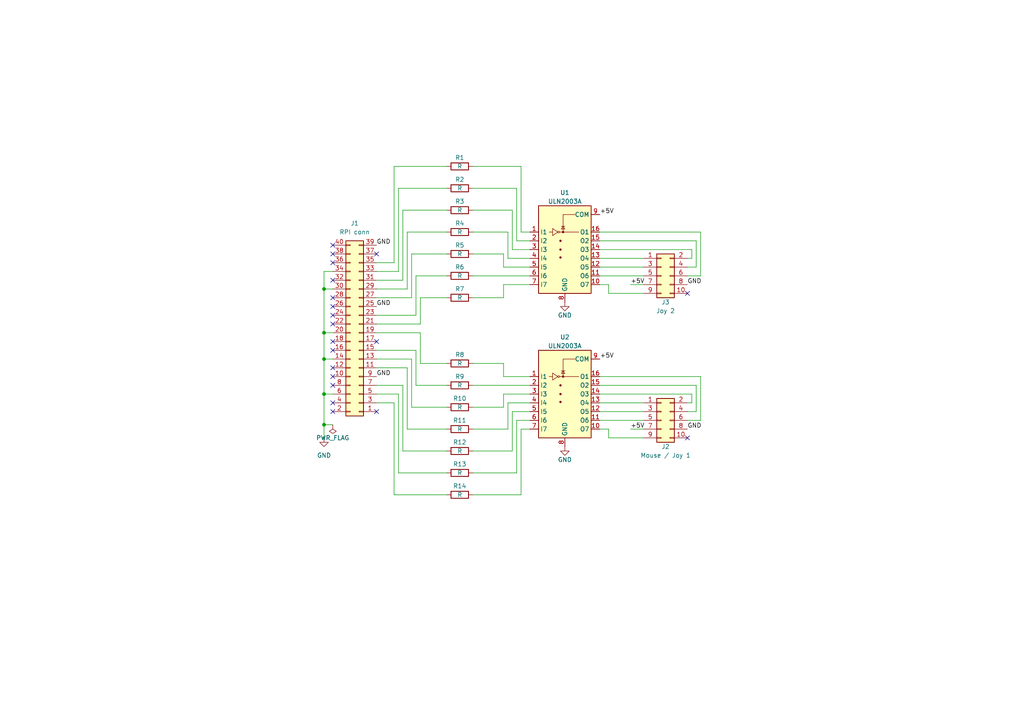
<source format=kicad_sch>
(kicad_sch (version 20211123) (generator eeschema)
  (paper "A4")
  (lib_symbols
    (symbol "Connector_Generic:Conn_02x05_Odd_Even" (pin_names (offset 1.016) hide)
      (property "Reference" "J" (at 1.27 7.62 0))
      (property "Value" "Conn_02x05_Odd_Even" (at 1.27 -7.62 0))
      (symbol "Conn_02x05_Odd_Even_1_1"
        (rectangle (start -1.27 -4.953) (end 0 -5.207) (stroke (width 0.1524)))
        (rectangle (start -1.27 -2.413) (end 0 -2.667) (stroke (width 0.1524)))
        (rectangle (start -1.27 0.127) (end 0 -0.127) (stroke (width 0.1524)))
        (rectangle (start -1.27 2.667) (end 0 2.413) (stroke (width 0.1524)))
        (rectangle (start -1.27 5.207) (end 0 4.953) (stroke (width 0.1524)))
        (rectangle (start -1.27 6.35) (end 3.81 -6.35) (stroke (width 0.254)) (fill (type background)))
        (rectangle (start 3.81 -4.953) (end 2.54 -5.207) (stroke (width 0.1524)))
        (rectangle (start 3.81 -2.413) (end 2.54 -2.667) (stroke (width 0.1524)))
        (rectangle (start 3.81 0.127) (end 2.54 -0.127) (stroke (width 0.1524)))
        (rectangle (start 3.81 2.667) (end 2.54 2.413) (stroke (width 0.1524)))
        (rectangle (start 3.81 5.207) (end 2.54 4.953) (stroke (width 0.1524)))
        (pin passive line (at -5.08 5.08 0) (length 3.81) (name "Pin_1") (number "1"))
        (pin passive line (at 7.62 -5.08 180) (length 3.81) (name "Pin_10") (number "10"))
        (pin passive line (at 7.62 5.08 180) (length 3.81) (name "Pin_2") (number "2"))
        (pin passive line (at -5.08 2.54 0) (length 3.81) (name "Pin_3") (number "3"))
        (pin passive line (at 7.62 2.54 180) (length 3.81) (name "Pin_4") (number "4"))
        (pin passive line (at -5.08 0 0) (length 3.81) (name "Pin_5") (number "5"))
        (pin passive line (at 7.62 0 180) (length 3.81) (name "Pin_6") (number "6"))
        (pin passive line (at -5.08 -2.54 0) (length 3.81) (name "Pin_7") (number "7"))
        (pin passive line (at 7.62 -2.54 180) (length 3.81) (name "Pin_8") (number "8"))
        (pin passive line (at -5.08 -5.08 0) (length 3.81) (name "Pin_9") (number "9"))
      )
    )
    (symbol "Connector_Generic:Conn_02x20_Odd_Even" (pin_names (offset 1.016) hide)
      (property "Reference" "J" (at 1.27 25.4 0))
      (property "Value" "Conn_02x20_Odd_Even" (at 1.27 -27.94 0))
      (symbol "Conn_02x20_Odd_Even_1_1"
        (rectangle (start -1.27 -25.273) (end 0 -25.527) (stroke (width 0.1524)))
        (rectangle (start -1.27 -22.733) (end 0 -22.987) (stroke (width 0.1524)))
        (rectangle (start -1.27 -20.193) (end 0 -20.447) (stroke (width 0.1524)))
        (rectangle (start -1.27 -17.653) (end 0 -17.907) (stroke (width 0.1524)))
        (rectangle (start -1.27 -15.113) (end 0 -15.367) (stroke (width 0.1524)))
        (rectangle (start -1.27 -12.573) (end 0 -12.827) (stroke (width 0.1524)))
        (rectangle (start -1.27 -10.033) (end 0 -10.287) (stroke (width 0.1524)))
        (rectangle (start -1.27 -7.493) (end 0 -7.747) (stroke (width 0.1524)))
        (rectangle (start -1.27 -4.953) (end 0 -5.207) (stroke (width 0.1524)))
        (rectangle (start -1.27 -2.413) (end 0 -2.667) (stroke (width 0.1524)))
        (rectangle (start -1.27 0.127) (end 0 -0.127) (stroke (width 0.1524)))
        (rectangle (start -1.27 2.667) (end 0 2.413) (stroke (width 0.1524)))
        (rectangle (start -1.27 5.207) (end 0 4.953) (stroke (width 0.1524)))
        (rectangle (start -1.27 7.747) (end 0 7.493) (stroke (width 0.1524)))
        (rectangle (start -1.27 10.287) (end 0 10.033) (stroke (width 0.1524)))
        (rectangle (start -1.27 12.827) (end 0 12.573) (stroke (width 0.1524)))
        (rectangle (start -1.27 15.367) (end 0 15.113) (stroke (width 0.1524)))
        (rectangle (start -1.27 17.907) (end 0 17.653) (stroke (width 0.1524)))
        (rectangle (start -1.27 20.447) (end 0 20.193) (stroke (width 0.1524)))
        (rectangle (start -1.27 22.987) (end 0 22.733) (stroke (width 0.1524)))
        (rectangle (start -1.27 24.13) (end 3.81 -26.67) (stroke (width 0.254)) (fill (type background)))
        (rectangle (start 3.81 -25.273) (end 2.54 -25.527) (stroke (width 0.1524)))
        (rectangle (start 3.81 -22.733) (end 2.54 -22.987) (stroke (width 0.1524)))
        (rectangle (start 3.81 -20.193) (end 2.54 -20.447) (stroke (width 0.1524)))
        (rectangle (start 3.81 -17.653) (end 2.54 -17.907) (stroke (width 0.1524)))
        (rectangle (start 3.81 -15.113) (end 2.54 -15.367) (stroke (width 0.1524)))
        (rectangle (start 3.81 -12.573) (end 2.54 -12.827) (stroke (width 0.1524)))
        (rectangle (start 3.81 -10.033) (end 2.54 -10.287) (stroke (width 0.1524)))
        (rectangle (start 3.81 -7.493) (end 2.54 -7.747) (stroke (width 0.1524)))
        (rectangle (start 3.81 -4.953) (end 2.54 -5.207) (stroke (width 0.1524)))
        (rectangle (start 3.81 -2.413) (end 2.54 -2.667) (stroke (width 0.1524)))
        (rectangle (start 3.81 0.127) (end 2.54 -0.127) (stroke (width 0.1524)))
        (rectangle (start 3.81 2.667) (end 2.54 2.413) (stroke (width 0.1524)))
        (rectangle (start 3.81 5.207) (end 2.54 4.953) (stroke (width 0.1524)))
        (rectangle (start 3.81 7.747) (end 2.54 7.493) (stroke (width 0.1524)))
        (rectangle (start 3.81 10.287) (end 2.54 10.033) (stroke (width 0.1524)))
        (rectangle (start 3.81 12.827) (end 2.54 12.573) (stroke (width 0.1524)))
        (rectangle (start 3.81 15.367) (end 2.54 15.113) (stroke (width 0.1524)))
        (rectangle (start 3.81 17.907) (end 2.54 17.653) (stroke (width 0.1524)))
        (rectangle (start 3.81 20.447) (end 2.54 20.193) (stroke (width 0.1524)))
        (rectangle (start 3.81 22.987) (end 2.54 22.733) (stroke (width 0.1524)))
        (pin passive line (at -5.08 22.86 0) (length 3.81) (name "Pin_1") (number "1"))
        (pin passive line (at 7.62 12.7 180) (length 3.81) (name "Pin_10") (number "10"))
        (pin passive line (at -5.08 10.16 0) (length 3.81) (name "Pin_11") (number "11"))
        (pin passive line (at 7.62 10.16 180) (length 3.81) (name "Pin_12") (number "12"))
        (pin passive line (at -5.08 7.62 0) (length 3.81) (name "Pin_13") (number "13"))
        (pin passive line (at 7.62 7.62 180) (length 3.81) (name "Pin_14") (number "14"))
        (pin passive line (at -5.08 5.08 0) (length 3.81) (name "Pin_15") (number "15"))
        (pin passive line (at 7.62 5.08 180) (length 3.81) (name "Pin_16") (number "16"))
        (pin passive line (at -5.08 2.54 0) (length 3.81) (name "Pin_17") (number "17"))
        (pin passive line (at 7.62 2.54 180) (length 3.81) (name "Pin_18") (number "18"))
        (pin passive line (at -5.08 0 0) (length 3.81) (name "Pin_19") (number "19"))
        (pin passive line (at 7.62 22.86 180) (length 3.81) (name "Pin_2") (number "2"))
        (pin passive line (at 7.62 0 180) (length 3.81) (name "Pin_20") (number "20"))
        (pin passive line (at -5.08 -2.54 0) (length 3.81) (name "Pin_21") (number "21"))
        (pin passive line (at 7.62 -2.54 180) (length 3.81) (name "Pin_22") (number "22"))
        (pin passive line (at -5.08 -5.08 0) (length 3.81) (name "Pin_23") (number "23"))
        (pin passive line (at 7.62 -5.08 180) (length 3.81) (name "Pin_24") (number "24"))
        (pin passive line (at -5.08 -7.62 0) (length 3.81) (name "Pin_25") (number "25"))
        (pin passive line (at 7.62 -7.62 180) (length 3.81) (name "Pin_26") (number "26"))
        (pin passive line (at -5.08 -10.16 0) (length 3.81) (name "Pin_27") (number "27"))
        (pin passive line (at 7.62 -10.16 180) (length 3.81) (name "Pin_28") (number "28"))
        (pin passive line (at -5.08 -12.7 0) (length 3.81) (name "Pin_29") (number "29"))
        (pin passive line (at -5.08 20.32 0) (length 3.81) (name "Pin_3") (number "3"))
        (pin passive line (at 7.62 -12.7 180) (length 3.81) (name "Pin_30") (number "30"))
        (pin passive line (at -5.08 -15.24 0) (length 3.81) (name "Pin_31") (number "31"))
        (pin passive line (at 7.62 -15.24 180) (length 3.81) (name "Pin_32") (number "32"))
        (pin passive line (at -5.08 -17.78 0) (length 3.81) (name "Pin_33") (number "33"))
        (pin passive line (at 7.62 -17.78 180) (length 3.81) (name "Pin_34") (number "34"))
        (pin passive line (at -5.08 -20.32 0) (length 3.81) (name "Pin_35") (number "35"))
        (pin passive line (at 7.62 -20.32 180) (length 3.81) (name "Pin_36") (number "36"))
        (pin passive line (at -5.08 -22.86 0) (length 3.81) (name "Pin_37") (number "37"))
        (pin passive line (at 7.62 -22.86 180) (length 3.81) (name "Pin_38") (number "38"))
        (pin passive line (at -5.08 -25.4 0) (length 3.81) (name "Pin_39") (number "39"))
        (pin passive line (at 7.62 20.32 180) (length 3.81) (name "Pin_4") (number "4"))
        (pin passive line (at 7.62 -25.4 180) (length 3.81) (name "Pin_40") (number "40"))
        (pin passive line (at -5.08 17.78 0) (length 3.81) (name "Pin_5") (number "5"))
        (pin passive line (at 7.62 17.78 180) (length 3.81) (name "Pin_6") (number "6"))
        (pin passive line (at -5.08 15.24 0) (length 3.81) (name "Pin_7") (number "7"))
        (pin passive line (at 7.62 15.24 180) (length 3.81) (name "Pin_8") (number "8"))
        (pin passive line (at -5.08 12.7 0) (length 3.81) (name "Pin_9") (number "9"))
      )
    )
    (symbol "Device:R" (pin_numbers hide) (pin_names (offset 0))
      (property "Reference" "R" (at 2.032 0 90))
      (property "Value" "R" (at 0 0 90))
      (symbol "R_0_1"
        (rectangle (start -1.016 -2.54) (end 1.016 2.54) (stroke (width 0.254)))
      )
      (symbol "R_1_1"
        (pin passive line (at 0 3.81 270) (length 1.27) (name "~") (number "1"))
        (pin passive line (at 0 -3.81 90) (length 1.27) (name "~") (number "2"))
      )
    )
    (symbol "Transistor_Array:ULN2003A"
      (property "Reference" "U" (at 0 15.875 0))
      (property "Value" "ULN2003A" (at 0 13.97 0))
      (symbol "ULN2003A_0_1"
        (rectangle (start -7.62 -12.7) (end 7.62 12.7) (stroke (width 0.254)) (fill (type background)))
        (circle (center -1.778 5.08) (radius 0.254))
        (circle (center -1.27 -2.286) (radius 0.254) (fill (type outline)))
        (circle (center -1.27 0) (radius 0.254) (fill (type outline)))
        (circle (center -1.27 2.54) (radius 0.254) (fill (type outline)))
        (circle (center -0.508 5.08) (radius 0.254) (fill (type outline)))
        (polyline (pts (xy -4.572 5.08) (xy -3.556 5.08)))
        (polyline (pts (xy -1.524 5.08) (xy 4.064 5.08)))
        (polyline (pts (xy 0 6.731) (xy -1.016 6.731)))
        (polyline (pts (xy -0.508 5.08) (xy -0.508 10.16) (xy 2.921 10.16)))
        (polyline (pts (xy -3.556 6.096) (xy -3.556 4.064) (xy -2.032 5.08) (xy -3.556 6.096)))
        (polyline (pts (xy 0 5.969) (xy -1.016 5.969) (xy -0.508 6.731) (xy 0 5.969)))
      )
      (symbol "ULN2003A_1_1"
        (pin input line (at -10.16 5.08 0) (length 2.54) (name "I1") (number "1"))
        (pin open_collector line (at 10.16 -10.16 180) (length 2.54) (name "O7") (number "10"))
        (pin open_collector line (at 10.16 -7.62 180) (length 2.54) (name "O6") (number "11"))
        (pin open_collector line (at 10.16 -5.08 180) (length 2.54) (name "O5") (number "12"))
        (pin open_collector line (at 10.16 -2.54 180) (length 2.54) (name "O4") (number "13"))
        (pin open_collector line (at 10.16 0 180) (length 2.54) (name "O3") (number "14"))
        (pin open_collector line (at 10.16 2.54 180) (length 2.54) (name "O2") (number "15"))
        (pin open_collector line (at 10.16 5.08 180) (length 2.54) (name "O1") (number "16"))
        (pin input line (at -10.16 2.54 0) (length 2.54) (name "I2") (number "2"))
        (pin input line (at -10.16 0 0) (length 2.54) (name "I3") (number "3"))
        (pin input line (at -10.16 -2.54 0) (length 2.54) (name "I4") (number "4"))
        (pin input line (at -10.16 -5.08 0) (length 2.54) (name "I5") (number "5"))
        (pin input line (at -10.16 -7.62 0) (length 2.54) (name "I6") (number "6"))
        (pin input line (at -10.16 -10.16 0) (length 2.54) (name "I7") (number "7"))
        (pin power_in line (at 0 -15.24 90) (length 2.54) (name "GND") (number "8"))
        (pin passive line (at 10.16 10.16 180) (length 2.54) (name "COM") (number "9"))
      )
    )
    (symbol "power:GND" (power) (pin_names (offset 0))
      (property "Value" "GND" (at 0 -3.81 0))
      (symbol "GND_0_1"
        (polyline (pts (xy 0 0) (xy 0 -1.27) (xy 1.27 -1.27) (xy 0 -2.54) (xy -1.27 -1.27) (xy 0 -1.27)))
      )
      (symbol "GND_1_1"
        (pin power_in line (at 0 0 270) (length 0) hide (name "GND") (number "1"))
      )
    )
    (symbol "power:PWR_FLAG" (power) (pin_numbers hide) (pin_names (offset 0) hide)
      (property "Value" "PWR_FLAG" (at 0 3.81 0))
      (symbol "PWR_FLAG_0_0"
        (pin power_out line (at 0 0 90) (length 0) (name "pwr") (number "1"))
      )
      (symbol "PWR_FLAG_0_1"
        (polyline (pts (xy 0 0) (xy 0 1.27) (xy -1.016 1.905) (xy 0 2.54) (xy 1.016 1.905) (xy 0 1.27)))
      )
    )
  )
  (junction (at 93.98 104.14))
  (junction (at 93.98 83.82))
  (junction (at 93.98 123.19))
  (junction (at 93.98 114.3))
  (junction (at 93.98 96.52))
  (no_connect (at 96.52 116.84))
  (no_connect (at 96.52 93.98))
  (no_connect (at 96.52 119.38))
  (no_connect (at 199.39 127))
  (no_connect (at 96.52 91.44))
  (no_connect (at 96.52 111.76))
  (no_connect (at 96.52 109.22))
  (no_connect (at 96.52 71.12))
  (no_connect (at 96.52 76.2))
  (no_connect (at 96.52 106.68))
  (no_connect (at 96.52 81.28))
  (no_connect (at 96.52 88.9))
  (no_connect (at 96.52 101.6))
  (no_connect (at 109.22 99.06))
  (no_connect (at 109.22 73.66))
  (no_connect (at 96.52 99.06))
  (no_connect (at 199.39 85.09))
  (no_connect (at 96.52 86.36))
  (no_connect (at 96.52 73.66))
  (no_connect (at 109.22 119.38))
  (wire (pts (xy 116.84 111.76) (xy 116.84 130.81)))
  (wire (pts (xy 121.92 86.36) (xy 129.54 86.36)))
  (wire (pts (xy 151.13 67.31) (xy 153.67 67.31)))
  (wire (pts (xy 137.16 105.41) (xy 146.05 105.41)))
  (wire (pts (xy 173.99 72.39) (xy 200.66 72.39)))
  (wire (pts (xy 199.39 116.84) (xy 200.66 116.84)))
  (wire (pts (xy 203.2 67.31) (xy 203.2 80.01)))
  (wire (pts (xy 114.3 48.26) (xy 129.54 48.26)))
  (wire (pts (xy 148.59 119.38) (xy 153.67 119.38)))
  (wire (pts (xy 109.22 96.52) (xy 121.92 96.52)))
  (wire (pts (xy 109.22 76.2) (xy 114.3 76.2)))
  (wire (pts (xy 109.22 104.14) (xy 119.38 104.14)))
  (wire (pts (xy 118.11 106.68) (xy 118.11 124.46)))
  (wire (pts (xy 114.3 116.84) (xy 114.3 143.51)))
  (wire (pts (xy 115.57 137.16) (xy 129.54 137.16)))
  (wire (pts (xy 120.65 101.6) (xy 120.65 111.76)))
  (wire (pts (xy 109.22 93.98) (xy 121.92 93.98)))
  (wire (pts (xy 199.39 119.38) (xy 201.93 119.38)))
  (wire (pts (xy 173.99 77.47) (xy 186.69 77.47)))
  (wire (pts (xy 148.59 60.96) (xy 148.59 72.39)))
  (wire (pts (xy 182.88 82.55) (xy 186.69 82.55)))
  (wire (pts (xy 147.32 74.93) (xy 153.67 74.93)))
  (wire (pts (xy 93.98 114.3) (xy 93.98 123.19)))
  (wire (pts (xy 137.16 48.26) (xy 151.13 48.26)))
  (wire (pts (xy 146.05 77.47) (xy 153.67 77.47)))
  (wire (pts (xy 137.16 130.81) (xy 148.59 130.81)))
  (wire (pts (xy 109.22 114.3) (xy 115.57 114.3)))
  (wire (pts (xy 203.2 80.01) (xy 199.39 80.01)))
  (wire (pts (xy 137.16 73.66) (xy 146.05 73.66)))
  (wire (pts (xy 137.16 54.61) (xy 149.86 54.61)))
  (wire (pts (xy 118.11 83.82) (xy 118.11 67.31)))
  (wire (pts (xy 109.22 83.82) (xy 118.11 83.82)))
  (wire (pts (xy 201.93 111.76) (xy 201.93 119.38)))
  (wire (pts (xy 114.3 76.2) (xy 114.3 48.26)))
  (wire (pts (xy 137.16 118.11) (xy 146.05 118.11)))
  (wire (pts (xy 96.52 114.3) (xy 93.98 114.3)))
  (wire (pts (xy 173.99 69.85) (xy 201.93 69.85)))
  (wire (pts (xy 173.99 109.22) (xy 203.2 109.22)))
  (wire (pts (xy 201.93 69.85) (xy 201.93 77.47)))
  (wire (pts (xy 116.84 60.96) (xy 129.54 60.96)))
  (wire (pts (xy 199.39 121.92) (xy 203.2 121.92)))
  (wire (pts (xy 115.57 114.3) (xy 115.57 137.16)))
  (wire (pts (xy 137.16 124.46) (xy 147.32 124.46)))
  (wire (pts (xy 173.99 116.84) (xy 186.69 116.84)))
  (wire (pts (xy 109.22 106.68) (xy 118.11 106.68)))
  (wire (pts (xy 93.98 78.74) (xy 93.98 83.82)))
  (wire (pts (xy 118.11 124.46) (xy 129.54 124.46)))
  (wire (pts (xy 173.99 119.38) (xy 186.69 119.38)))
  (wire (pts (xy 109.22 116.84) (xy 114.3 116.84)))
  (wire (pts (xy 93.98 96.52) (xy 93.98 104.14)))
  (wire (pts (xy 173.99 74.93) (xy 186.69 74.93)))
  (wire (pts (xy 176.53 124.46) (xy 176.53 127)))
  (wire (pts (xy 182.88 124.46) (xy 186.69 124.46)))
  (wire (pts (xy 149.86 69.85) (xy 153.67 69.85)))
  (wire (pts (xy 121.92 105.41) (xy 129.54 105.41)))
  (wire (pts (xy 109.22 81.28) (xy 116.84 81.28)))
  (wire (pts (xy 147.32 67.31) (xy 147.32 74.93)))
  (wire (pts (xy 203.2 109.22) (xy 203.2 121.92)))
  (wire (pts (xy 151.13 143.51) (xy 151.13 124.46)))
  (wire (pts (xy 116.84 130.81) (xy 129.54 130.81)))
  (wire (pts (xy 121.92 93.98) (xy 121.92 86.36)))
  (wire (pts (xy 137.16 67.31) (xy 147.32 67.31)))
  (wire (pts (xy 109.22 111.76) (xy 116.84 111.76)))
  (wire (pts (xy 93.98 83.82) (xy 93.98 96.52)))
  (wire (pts (xy 137.16 86.36) (xy 146.05 86.36)))
  (wire (pts (xy 176.53 82.55) (xy 176.53 85.09)))
  (wire (pts (xy 173.99 80.01) (xy 186.69 80.01)))
  (wire (pts (xy 173.99 67.31) (xy 203.2 67.31)))
  (wire (pts (xy 96.52 104.14) (xy 93.98 104.14)))
  (wire (pts (xy 148.59 72.39) (xy 153.67 72.39)))
  (wire (pts (xy 109.22 78.74) (xy 115.57 78.74)))
  (wire (pts (xy 137.16 143.51) (xy 151.13 143.51)))
  (wire (pts (xy 119.38 86.36) (xy 119.38 73.66)))
  (wire (pts (xy 93.98 104.14) (xy 93.98 114.3)))
  (wire (pts (xy 146.05 118.11) (xy 146.05 114.3)))
  (wire (pts (xy 201.93 77.47) (xy 199.39 77.47)))
  (wire (pts (xy 200.66 114.3) (xy 200.66 116.84)))
  (wire (pts (xy 149.86 137.16) (xy 149.86 121.92)))
  (wire (pts (xy 96.52 78.74) (xy 93.98 78.74)))
  (wire (pts (xy 119.38 118.11) (xy 129.54 118.11)))
  (wire (pts (xy 120.65 80.01) (xy 129.54 80.01)))
  (wire (pts (xy 147.32 124.46) (xy 147.32 116.84)))
  (wire (pts (xy 109.22 91.44) (xy 120.65 91.44)))
  (wire (pts (xy 137.16 60.96) (xy 148.59 60.96)))
  (wire (pts (xy 146.05 109.22) (xy 153.67 109.22)))
  (wire (pts (xy 200.66 72.39) (xy 200.66 74.93)))
  (wire (pts (xy 114.3 143.51) (xy 129.54 143.51)))
  (wire (pts (xy 120.65 111.76) (xy 129.54 111.76)))
  (wire (pts (xy 173.99 121.92) (xy 186.69 121.92)))
  (wire (pts (xy 115.57 78.74) (xy 115.57 54.61)))
  (wire (pts (xy 96.52 83.82) (xy 93.98 83.82)))
  (wire (pts (xy 137.16 80.01) (xy 153.67 80.01)))
  (wire (pts (xy 149.86 121.92) (xy 153.67 121.92)))
  (wire (pts (xy 109.22 101.6) (xy 120.65 101.6)))
  (wire (pts (xy 151.13 124.46) (xy 153.67 124.46)))
  (wire (pts (xy 173.99 114.3) (xy 200.66 114.3)))
  (wire (pts (xy 146.05 114.3) (xy 153.67 114.3)))
  (wire (pts (xy 148.59 130.81) (xy 148.59 119.38)))
  (wire (pts (xy 93.98 123.19) (xy 93.98 127)))
  (wire (pts (xy 149.86 54.61) (xy 149.86 69.85)))
  (wire (pts (xy 176.53 85.09) (xy 186.69 85.09)))
  (wire (pts (xy 119.38 73.66) (xy 129.54 73.66)))
  (wire (pts (xy 200.66 74.93) (xy 199.39 74.93)))
  (wire (pts (xy 176.53 127) (xy 186.69 127)))
  (wire (pts (xy 119.38 104.14) (xy 119.38 118.11)))
  (wire (pts (xy 146.05 86.36) (xy 146.05 82.55)))
  (wire (pts (xy 120.65 91.44) (xy 120.65 80.01)))
  (wire (pts (xy 173.99 111.76) (xy 201.93 111.76)))
  (wire (pts (xy 146.05 82.55) (xy 153.67 82.55)))
  (wire (pts (xy 173.99 82.55) (xy 176.53 82.55)))
  (wire (pts (xy 147.32 116.84) (xy 153.67 116.84)))
  (wire (pts (xy 137.16 111.76) (xy 153.67 111.76)))
  (wire (pts (xy 93.98 123.19) (xy 96.52 123.19)))
  (wire (pts (xy 118.11 67.31) (xy 129.54 67.31)))
  (wire (pts (xy 96.52 96.52) (xy 93.98 96.52)))
  (wire (pts (xy 109.22 86.36) (xy 119.38 86.36)))
  (wire (pts (xy 146.05 73.66) (xy 146.05 77.47)))
  (wire (pts (xy 137.16 137.16) (xy 149.86 137.16)))
  (wire (pts (xy 115.57 54.61) (xy 129.54 54.61)))
  (wire (pts (xy 116.84 81.28) (xy 116.84 60.96)))
  (wire (pts (xy 151.13 48.26) (xy 151.13 67.31)))
  (wire (pts (xy 121.92 96.52) (xy 121.92 105.41)))
  (wire (pts (xy 146.05 105.41) (xy 146.05 109.22)))
  (wire (pts (xy 173.99 124.46) (xy 176.53 124.46)))
  (label "+5V" (at 182.88 124.46 0))
  (label "+5V" (at 173.99 62.23 0))
  (label "GND" (at 109.22 88.9 0))
  (label "GND" (at 199.39 124.46 0))
  (label "GND" (at 199.39 82.55 0))
  (label "+5V" (at 173.99 104.14 0))
  (label "+5V" (at 182.88 82.55 0))
  (label "GND" (at 109.22 109.22 0))
  (label "GND" (at 109.22 71.12 0))
  (symbol (lib_id "Device:R") (at 133.35 60.96 90) (unit 1)
    (property "Reference" "R3" (at 133.35 58.42 90))
    (property "Value" "R" (at 133.35 60.96 90))
    (property "Footprint" "Resistor_THT:R_Axial_DIN0207_L6.3mm_D2.5mm_P10.16mm_Horizontal" (effects hide))
  )
  (symbol (lib_id "Device:R") (at 133.35 73.66 90) (unit 1)
    (property "Reference" "R5" (at 133.35 71.12 90))
    (property "Value" "R" (at 133.35 73.66 90))
    (property "Footprint" "Resistor_THT:R_Axial_DIN0207_L6.3mm_D2.5mm_P10.16mm_Horizontal" (effects hide))
  )
  (symbol (lib_id "Connector_Generic:Conn_02x20_Odd_Even") (at 104.14 96.52 180) (unit 1)
    (property "Reference" "J1" (at 102.87 64.77 0))
    (property "Value" "RPI conn" (at 102.87 67.31 0))
    (property "Footprint" "Connector_PinHeader_2.54mm:PinHeader_2x20_P2.54mm_Vertical" (effects hide))
  )
  (symbol (lib_id "Device:R") (at 133.35 124.46 90) (unit 1)
    (property "Reference" "R11" (at 133.35 121.92 90))
    (property "Value" "R" (at 133.35 124.46 90))
    (property "Footprint" "Resistor_THT:R_Axial_DIN0207_L6.3mm_D2.5mm_P10.16mm_Horizontal" (effects hide))
  )
  (symbol (lib_id "Device:R") (at 133.35 143.51 90) (unit 1)
    (property "Reference" "R14" (at 133.35 140.97 90))
    (property "Value" "R" (at 133.35 143.51 90))
    (property "Footprint" "Resistor_THT:R_Axial_DIN0207_L6.3mm_D2.5mm_P10.16mm_Horizontal" (effects hide))
  )
  (symbol (lib_id "Device:R") (at 133.35 86.36 90) (unit 1)
    (property "Reference" "R7" (at 133.35 83.82 90))
    (property "Value" "R" (at 133.35 86.36 90))
    (property "Footprint" "Resistor_THT:R_Axial_DIN0207_L6.3mm_D2.5mm_P10.16mm_Horizontal" (effects hide))
  )
  (symbol (lib_id "Device:R") (at 133.35 130.81 90) (unit 1)
    (property "Reference" "R12" (at 133.35 128.27 90))
    (property "Value" "R" (at 133.35 130.81 90))
    (property "Footprint" "Resistor_THT:R_Axial_DIN0207_L6.3mm_D2.5mm_P10.16mm_Horizontal" (effects hide))
  )
  (symbol (lib_id "power:GND") (at 93.98 127 0) (unit 1)
    (property "Reference" "#PWR01" (effects hide))
    (property "Value" "GND" (at 93.98 132.08 0))
  )
  (symbol (lib_id "Device:R") (at 133.35 48.26 90) (unit 1)
    (property "Reference" "R1" (at 133.35 45.72 90))
    (property "Value" "R" (at 133.35 48.26 90))
    (property "Footprint" "Resistor_THT:R_Axial_DIN0207_L6.3mm_D2.5mm_P10.16mm_Horizontal" (effects hide))
  )
  (symbol (lib_id "Transistor_Array:ULN2003A") (at 163.83 114.3 0) (unit 1)
    (property "Reference" "U2" (at 163.83 97.79 0))
    (property "Value" "ULN2003A" (at 163.83 100.33 0))
    (property "Footprint" "Package_DIP:DIP-16_W7.62mm_LongPads" (effects hide))
    (property "Datasheet" "http://www.ti.com/lit/ds/symlink/uln2003a.pdf" (effects hide))
  )
  (symbol (lib_id "power:PWR_FLAG") (at 96.52 123.19 180) (unit 1)
    (property "Reference" "#FLG0102" (effects hide))
    (property "Value" "PWR_FLAG" (at 96.52 127 0))
  )
  (symbol (lib_id "Device:R") (at 133.35 80.01 90) (unit 1)
    (property "Reference" "R6" (at 133.35 77.47 90))
    (property "Value" "R" (at 133.35 80.01 90))
    (property "Footprint" "Resistor_THT:R_Axial_DIN0207_L6.3mm_D2.5mm_P10.16mm_Horizontal" (effects hide))
  )
  (symbol (lib_id "Connector_Generic:Conn_02x05_Odd_Even") (at 191.77 121.92 0) (unit 1)
    (property "Reference" "J2" (at 193.04 129.54 0))
    (property "Value" "Mouse / Joy 1" (at 193.04 132.08 0))
    (property "Footprint" "Connector_PinHeader_2.54mm:PinHeader_2x05_P2.54mm_Vertical" (effects hide))
  )
  (symbol (lib_id "Device:R") (at 133.35 111.76 90) (unit 1)
    (property "Reference" "R9" (at 133.35 109.22 90))
    (property "Value" "R" (at 133.35 111.76 90))
    (property "Footprint" "Resistor_THT:R_Axial_DIN0207_L6.3mm_D2.5mm_P10.16mm_Horizontal" (effects hide))
  )
  (symbol (lib_id "Device:R") (at 133.35 54.61 90) (unit 1)
    (property "Reference" "R2" (at 133.35 52.07 90))
    (property "Value" "R" (at 133.35 54.61 90))
    (property "Footprint" "Resistor_THT:R_Axial_DIN0207_L6.3mm_D2.5mm_P10.16mm_Horizontal" (effects hide))
  )
  (symbol (lib_id "Connector_Generic:Conn_02x05_Odd_Even") (at 191.77 80.01 0) (unit 1)
    (property "Reference" "J3" (at 193.04 87.63 0))
    (property "Value" "Joy 2" (at 193.04 90.17 0))
    (property "Footprint" "Connector_PinHeader_2.54mm:PinHeader_2x05_P2.54mm_Vertical" (effects hide))
  )
  (symbol (lib_id "Device:R") (at 133.35 105.41 90) (unit 1)
    (property "Reference" "R8" (at 133.35 102.87 90))
    (property "Value" "R" (at 133.35 105.41 90))
    (property "Footprint" "Resistor_THT:R_Axial_DIN0207_L6.3mm_D2.5mm_P10.16mm_Horizontal" (effects hide))
  )
  (symbol (lib_id "Device:R") (at 133.35 67.31 90) (unit 1)
    (property "Reference" "R4" (at 133.35 64.77 90))
    (property "Value" "R" (at 133.35 67.31 90))
    (property "Footprint" "Resistor_THT:R_Axial_DIN0207_L6.3mm_D2.5mm_P10.16mm_Horizontal" (effects hide))
  )
  (symbol (lib_id "Transistor_Array:ULN2003A") (at 163.83 72.39 0) (unit 1)
    (property "Reference" "U1" (at 163.83 55.88 0))
    (property "Value" "ULN2003A" (at 163.83 58.42 0))
    (property "Footprint" "Package_DIP:DIP-16_W7.62mm_LongPads" (effects hide))
    (property "Datasheet" "http://www.ti.com/lit/ds/symlink/uln2003a.pdf" (effects hide))
  )
  (symbol (lib_id "power:GND") (at 163.83 129.54 0) (unit 1)
    (property "Reference" "#PWR03" (effects hide))
    (property "Value" "GND" (at 163.83 133.35 0))
  )
  (symbol (lib_id "Device:R") (at 133.35 118.11 90) (unit 1)
    (property "Reference" "R10" (at 133.35 115.57 90))
    (property "Value" "R" (at 133.35 118.11 90))
    (property "Footprint" "Resistor_THT:R_Axial_DIN0207_L6.3mm_D2.5mm_P10.16mm_Horizontal" (effects hide))
  )
  (symbol (lib_id "Device:R") (at 133.35 137.16 90) (unit 1)
    (property "Reference" "R13" (at 133.35 134.62 90))
    (property "Value" "R" (at 133.35 137.16 90))
    (property "Footprint" "Resistor_THT:R_Axial_DIN0207_L6.3mm_D2.5mm_P10.16mm_Horizontal" (effects hide))
  )
  (symbol (lib_id "power:GND") (at 163.83 87.63 0) (unit 1)
    (property "Reference" "#PWR02" (effects hide))
    (property "Value" "GND" (at 163.83 91.44 0))
  )
)
</source>
